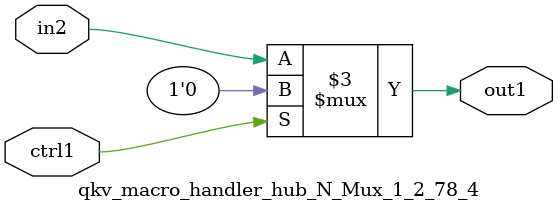
<source format=v>

`timescale 1ps / 1ps


module qkv_macro_handler_hub_N_Mux_1_2_78_4( in2, ctrl1, out1 );

    input in2;
    input ctrl1;
    output out1;
    reg out1;

    
    // rtl_process:qkv_macro_handler_hub_N_Mux_1_2_78_4/qkv_macro_handler_hub_N_Mux_1_2_78_4_thread_1
    always @*
      begin : qkv_macro_handler_hub_N_Mux_1_2_78_4_thread_1
        case (ctrl1) 
          1'b1: 
            begin
              out1 = 1'b0;
            end
          default: 
            begin
              out1 = in2;
            end
        endcase
      end

endmodule



</source>
